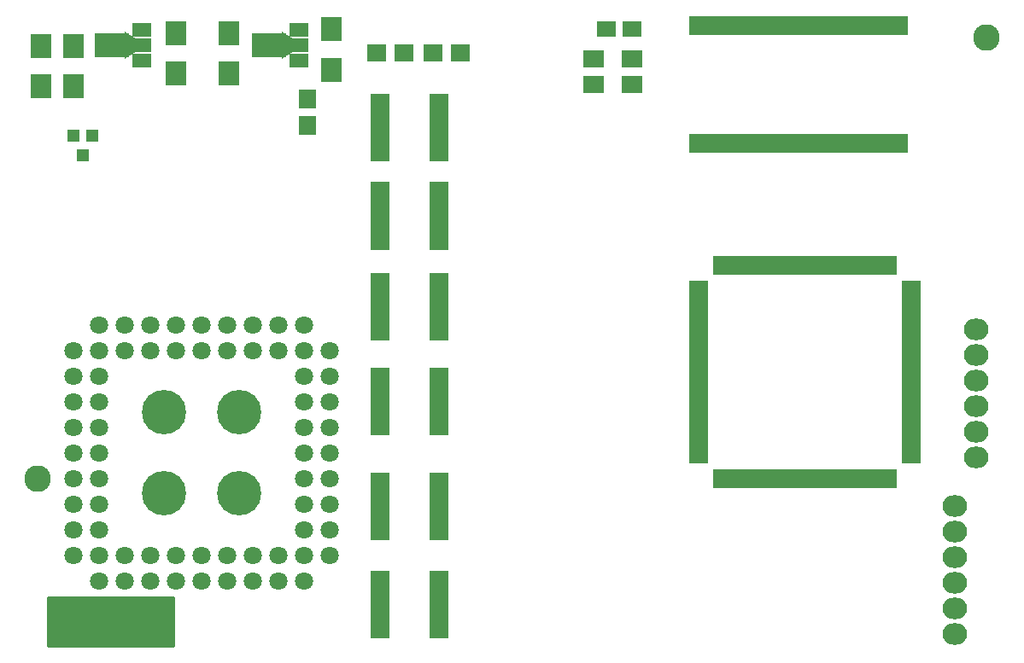
<source format=gbr>
G04 #@! TF.GenerationSoftware,KiCad,Pcbnew,(2017-11-24 revision a01d81e4b)-master*
G04 #@! TF.CreationDate,2018-01-27T17:30:05+01:00*
G04 #@! TF.ProjectId,phram_1,706872616D5F312E6B696361645F7063,rev?*
G04 #@! TF.SameCoordinates,Original*
G04 #@! TF.FileFunction,Soldermask,Top*
G04 #@! TF.FilePolarity,Negative*
%FSLAX46Y46*%
G04 Gerber Fmt 4.6, Leading zero omitted, Abs format (unit mm)*
G04 Created by KiCad (PCBNEW (2017-11-24 revision a01d81e4b)-master) date Sat Jan 27 17:30:05 2018*
%MOMM*%
%LPD*%
G01*
G04 APERTURE LIST*
%ADD10C,1.800000*%
%ADD11R,0.948000X1.920000*%
%ADD12R,1.850000X0.850000*%
%ADD13R,0.650000X1.850000*%
%ADD14R,1.850000X0.650000*%
%ADD15R,2.000000X2.400000*%
%ADD16R,1.901140X1.400760*%
%ADD17R,3.399740X2.398980*%
%ADD18C,1.149300*%
%ADD19C,0.100000*%
%ADD20R,1.900000X1.650000*%
%ADD21O,2.432000X2.127200*%
%ADD22R,1.200100X1.200100*%
%ADD23R,2.000000X1.750000*%
%ADD24C,2.635200*%
%ADD25R,1.900000X1.700000*%
%ADD26R,1.700000X1.900000*%
%ADD27R,2.100000X2.400000*%
%ADD28C,4.400000*%
%ADD29C,0.254000*%
G04 APERTURE END LIST*
D10*
X68780000Y-82305000D03*
X66240000Y-84845000D03*
X66240000Y-82305000D03*
X63700000Y-84845000D03*
X63700000Y-82305000D03*
X61160000Y-84845000D03*
X61160000Y-82305000D03*
X58620000Y-84845000D03*
X58620000Y-82305000D03*
X56080000Y-84845000D03*
X58620000Y-87385000D03*
X56080000Y-87385000D03*
X58620000Y-89925000D03*
X56080000Y-89925000D03*
X58620000Y-92465000D03*
X56080000Y-92465000D03*
X58620000Y-95005000D03*
X56080000Y-95005000D03*
X58620000Y-97545000D03*
X56080000Y-97545000D03*
X58620000Y-100085000D03*
X56080000Y-100085000D03*
X58620000Y-102625000D03*
X56080000Y-102625000D03*
X58620000Y-105165000D03*
X56080000Y-105165000D03*
X58620000Y-107705000D03*
X61160000Y-105165000D03*
X61160000Y-107705000D03*
X63700000Y-105165000D03*
X63700000Y-107705000D03*
X66240000Y-105165000D03*
X66240000Y-107705000D03*
X68780000Y-105165000D03*
X68780000Y-107705000D03*
X71320000Y-105165000D03*
X71320000Y-107705000D03*
X73860000Y-105165000D03*
X73860000Y-107705000D03*
X76400000Y-105165000D03*
X76400000Y-107705000D03*
X78940000Y-105165000D03*
X78940000Y-107705000D03*
X81480000Y-105165000D03*
X78940000Y-102625000D03*
X81480000Y-102625000D03*
X78940000Y-100085000D03*
X81480000Y-100085000D03*
X78940000Y-97545000D03*
X81480000Y-97545000D03*
X78940000Y-95005000D03*
X81480000Y-95005000D03*
X78940000Y-92465000D03*
X81480000Y-92465000D03*
X78940000Y-89925000D03*
X81480000Y-89925000D03*
X78940000Y-87385000D03*
X81480000Y-87385000D03*
X78940000Y-84845000D03*
X81480000Y-84845000D03*
X78940000Y-82305000D03*
X76400000Y-84845000D03*
X76400000Y-82305000D03*
X73860000Y-84845000D03*
X73860000Y-82305000D03*
X71320000Y-84845000D03*
X71320000Y-82305000D03*
X68780000Y-84845000D03*
D11*
X138355000Y-52620000D03*
X137555000Y-52620000D03*
X136755000Y-52620000D03*
X135955000Y-52620000D03*
X135155000Y-52620000D03*
X134355000Y-52620000D03*
X133555000Y-52620000D03*
X132755000Y-52620000D03*
X131955000Y-52620000D03*
X131155000Y-52620000D03*
X130355000Y-52620000D03*
X129555000Y-52620000D03*
X128755000Y-52620000D03*
X127955000Y-52620000D03*
X127155000Y-52620000D03*
X126355000Y-52620000D03*
X125555000Y-52620000D03*
X124755000Y-52620000D03*
X123955000Y-52620000D03*
X123155000Y-52620000D03*
X122355000Y-52620000D03*
X121555000Y-52620000D03*
X120755000Y-52620000D03*
X119955000Y-52620000D03*
X119155000Y-52620000D03*
X118355000Y-52620000D03*
X117555000Y-52620000D03*
X117555000Y-64300000D03*
X118355000Y-64300000D03*
X119155000Y-64300000D03*
X119955000Y-64300000D03*
X120755000Y-64300000D03*
X121555000Y-64300000D03*
X122355000Y-64300000D03*
X123155000Y-64300000D03*
X123955000Y-64300000D03*
X124755000Y-64300000D03*
X125555000Y-64300000D03*
X126355000Y-64300000D03*
X127155000Y-64300000D03*
X127955000Y-64300000D03*
X128755000Y-64300000D03*
X129555000Y-64300000D03*
X130355000Y-64300000D03*
X131155000Y-64300000D03*
X131955000Y-64300000D03*
X132755000Y-64300000D03*
X133555000Y-64300000D03*
X134355000Y-64300000D03*
X135155000Y-64300000D03*
X135955000Y-64300000D03*
X136755000Y-64300000D03*
X137555000Y-64300000D03*
X138355000Y-64300000D03*
D12*
X86420000Y-107135000D03*
X86420000Y-107785000D03*
X86420000Y-108435000D03*
X86420000Y-109085000D03*
X86420000Y-109735000D03*
X86420000Y-110385000D03*
X86420000Y-111035000D03*
X86420000Y-111685000D03*
X86420000Y-112335000D03*
X86420000Y-112985000D03*
X92320000Y-112985000D03*
X92320000Y-112335000D03*
X92320000Y-111685000D03*
X92320000Y-111035000D03*
X92320000Y-110385000D03*
X92320000Y-109735000D03*
X92320000Y-109085000D03*
X92320000Y-108435000D03*
X92320000Y-107785000D03*
X92320000Y-107135000D03*
X86420000Y-97375000D03*
X86420000Y-98025000D03*
X86420000Y-98675000D03*
X86420000Y-99325000D03*
X86420000Y-99975000D03*
X86420000Y-100625000D03*
X86420000Y-101275000D03*
X86420000Y-101925000D03*
X86420000Y-102575000D03*
X86420000Y-103225000D03*
X92320000Y-103225000D03*
X92320000Y-102575000D03*
X92320000Y-101925000D03*
X92320000Y-101275000D03*
X92320000Y-100625000D03*
X92320000Y-99975000D03*
X92320000Y-99325000D03*
X92320000Y-98675000D03*
X92320000Y-98025000D03*
X92320000Y-97375000D03*
X86420000Y-86985000D03*
X86420000Y-87635000D03*
X86420000Y-88285000D03*
X86420000Y-88935000D03*
X86420000Y-89585000D03*
X86420000Y-90235000D03*
X86420000Y-90885000D03*
X86420000Y-91535000D03*
X86420000Y-92185000D03*
X86420000Y-92835000D03*
X92320000Y-92835000D03*
X92320000Y-92185000D03*
X92320000Y-91535000D03*
X92320000Y-90885000D03*
X92320000Y-90235000D03*
X92320000Y-89585000D03*
X92320000Y-88935000D03*
X92320000Y-88285000D03*
X92320000Y-87635000D03*
X92320000Y-86985000D03*
X86420000Y-59845000D03*
X86420000Y-60495000D03*
X86420000Y-61145000D03*
X86420000Y-61795000D03*
X86420000Y-62445000D03*
X86420000Y-63095000D03*
X86420000Y-63745000D03*
X86420000Y-64395000D03*
X86420000Y-65045000D03*
X86420000Y-65695000D03*
X92320000Y-65695000D03*
X92320000Y-65045000D03*
X92320000Y-64395000D03*
X92320000Y-63745000D03*
X92320000Y-63095000D03*
X92320000Y-62445000D03*
X92320000Y-61795000D03*
X92320000Y-61145000D03*
X92320000Y-60495000D03*
X92320000Y-59845000D03*
X86420000Y-77555000D03*
X86420000Y-78205000D03*
X86420000Y-78855000D03*
X86420000Y-79505000D03*
X86420000Y-80155000D03*
X86420000Y-80805000D03*
X86420000Y-81455000D03*
X86420000Y-82105000D03*
X86420000Y-82755000D03*
X86420000Y-83405000D03*
X92320000Y-83405000D03*
X92320000Y-82755000D03*
X92320000Y-82105000D03*
X92320000Y-81455000D03*
X92320000Y-80805000D03*
X92320000Y-80155000D03*
X92320000Y-79505000D03*
X92320000Y-78855000D03*
X92320000Y-78205000D03*
X92320000Y-77555000D03*
X86420000Y-68575000D03*
X86420000Y-69225000D03*
X86420000Y-69875000D03*
X86420000Y-70525000D03*
X86420000Y-71175000D03*
X86420000Y-71825000D03*
X86420000Y-72475000D03*
X86420000Y-73125000D03*
X86420000Y-73775000D03*
X86420000Y-74425000D03*
X92320000Y-74425000D03*
X92320000Y-73775000D03*
X92320000Y-73125000D03*
X92320000Y-72475000D03*
X92320000Y-71825000D03*
X92320000Y-71175000D03*
X92320000Y-70525000D03*
X92320000Y-69875000D03*
X92320000Y-69225000D03*
X92320000Y-68575000D03*
D13*
X137305000Y-76445000D03*
X136805000Y-76445000D03*
X136305000Y-76445000D03*
X135805000Y-76445000D03*
X135305000Y-76445000D03*
X134805000Y-76445000D03*
X134305000Y-76445000D03*
X133805000Y-76445000D03*
X133305000Y-76445000D03*
X132805000Y-76445000D03*
X132305000Y-76445000D03*
X131805000Y-76445000D03*
X131305000Y-76445000D03*
X130805000Y-76445000D03*
X130305000Y-76445000D03*
X129805000Y-76445000D03*
X129305000Y-76445000D03*
X128805000Y-76445000D03*
X128305000Y-76445000D03*
X127805000Y-76445000D03*
X127305000Y-76445000D03*
X126805000Y-76445000D03*
X126305000Y-76445000D03*
X125805000Y-76445000D03*
X125305000Y-76445000D03*
X124805000Y-76445000D03*
X124305000Y-76445000D03*
X123805000Y-76445000D03*
X123305000Y-76445000D03*
X122805000Y-76445000D03*
X122305000Y-76445000D03*
X121805000Y-76445000D03*
X121305000Y-76445000D03*
X120805000Y-76445000D03*
X120305000Y-76445000D03*
X119805000Y-76445000D03*
D14*
X118005000Y-78245000D03*
X118005000Y-78745000D03*
X118005000Y-79245000D03*
X118005000Y-79745000D03*
X118005000Y-80245000D03*
X118005000Y-80745000D03*
X118005000Y-81245000D03*
X118005000Y-81745000D03*
X118005000Y-82245000D03*
X118005000Y-82745000D03*
X118005000Y-83245000D03*
X118005000Y-83745000D03*
X118005000Y-84245000D03*
X118005000Y-84745000D03*
X118005000Y-85245000D03*
X118005000Y-85745000D03*
X118005000Y-86245000D03*
X118005000Y-86745000D03*
X118005000Y-87245000D03*
X118005000Y-87745000D03*
X118005000Y-88245000D03*
X118005000Y-88745000D03*
X118005000Y-89245000D03*
X118005000Y-89745000D03*
X118005000Y-90245000D03*
X118005000Y-90745000D03*
X118005000Y-91245000D03*
X118005000Y-91745000D03*
X118005000Y-92245000D03*
X118005000Y-92745000D03*
X118005000Y-93245000D03*
X118005000Y-93745000D03*
X118005000Y-94245000D03*
X118005000Y-94745000D03*
X118005000Y-95245000D03*
X118005000Y-95745000D03*
D13*
X119805000Y-97545000D03*
X120305000Y-97545000D03*
X120805000Y-97545000D03*
X121305000Y-97545000D03*
X121805000Y-97545000D03*
X122305000Y-97545000D03*
X122805000Y-97545000D03*
X123305000Y-97545000D03*
X123805000Y-97545000D03*
X124305000Y-97545000D03*
X124805000Y-97545000D03*
X125305000Y-97545000D03*
X125805000Y-97545000D03*
X126305000Y-97545000D03*
X126805000Y-97545000D03*
X127305000Y-97545000D03*
X127805000Y-97545000D03*
X128305000Y-97545000D03*
X128805000Y-97545000D03*
X129305000Y-97545000D03*
X129805000Y-97545000D03*
X130305000Y-97545000D03*
X130805000Y-97545000D03*
X131305000Y-97545000D03*
X131805000Y-97545000D03*
X132305000Y-97545000D03*
X132805000Y-97545000D03*
X133305000Y-97545000D03*
X133805000Y-97545000D03*
X134305000Y-97545000D03*
X134805000Y-97545000D03*
X135305000Y-97545000D03*
X135805000Y-97545000D03*
X136305000Y-97545000D03*
X136805000Y-97545000D03*
X137305000Y-97545000D03*
D14*
X139105000Y-95745000D03*
X139105000Y-95245000D03*
X139105000Y-94745000D03*
X139105000Y-94245000D03*
X139105000Y-93745000D03*
X139105000Y-93245000D03*
X139105000Y-92745000D03*
X139105000Y-92245000D03*
X139105000Y-91745000D03*
X139105000Y-91245000D03*
X139105000Y-90745000D03*
X139105000Y-90245000D03*
X139105000Y-89745000D03*
X139105000Y-89245000D03*
X139105000Y-88745000D03*
X139105000Y-88245000D03*
X139105000Y-87745000D03*
X139105000Y-87245000D03*
X139105000Y-86745000D03*
X139105000Y-86245000D03*
X139105000Y-85745000D03*
X139105000Y-85245000D03*
X139105000Y-84745000D03*
X139105000Y-84245000D03*
X139105000Y-83745000D03*
X139105000Y-83245000D03*
X139105000Y-82745000D03*
X139105000Y-82245000D03*
X139105000Y-81745000D03*
X139105000Y-81245000D03*
X139105000Y-80745000D03*
X139105000Y-80245000D03*
X139105000Y-79745000D03*
X139105000Y-79245000D03*
X139105000Y-78745000D03*
X139105000Y-78245000D03*
D15*
X71415000Y-53350000D03*
X71415000Y-57350000D03*
X81575000Y-53000000D03*
X81575000Y-57000000D03*
X56080000Y-54620000D03*
X56080000Y-58620000D03*
X66240000Y-53350000D03*
X66240000Y-57350000D03*
D16*
X78400000Y-56056140D03*
X78400000Y-54555000D03*
X78400000Y-53053860D03*
D17*
X75448520Y-54555000D03*
D18*
X77297640Y-54555000D03*
D19*
G36*
X76722990Y-53180185D02*
X77872290Y-53947683D01*
X77872290Y-55162317D01*
X76722990Y-55929815D01*
X76722990Y-53180185D01*
X76722990Y-53180185D01*
G37*
D16*
X62841480Y-56056140D03*
X62841480Y-54555000D03*
X62841480Y-53053860D03*
D17*
X59890000Y-54555000D03*
D18*
X61739120Y-54555000D03*
D19*
G36*
X61164470Y-53180185D02*
X62313770Y-53947683D01*
X62313770Y-55162317D01*
X61164470Y-55929815D01*
X61164470Y-53180185D01*
X61164470Y-53180185D01*
G37*
D20*
X111400000Y-53000000D03*
X108900000Y-53000000D03*
D21*
X143415000Y-100330000D03*
X143415000Y-102870000D03*
X143415000Y-105410000D03*
X143415000Y-107950000D03*
X143415000Y-110490000D03*
X143415000Y-113030000D03*
D22*
X57935000Y-63509240D03*
X56035000Y-63509240D03*
X56985000Y-65508220D03*
D23*
X111400000Y-55950000D03*
X107600000Y-55950000D03*
X107600000Y-58450000D03*
X111400000Y-58450000D03*
D21*
X145542000Y-82804000D03*
X145542000Y-85344000D03*
X145542000Y-87884000D03*
X145542000Y-90424000D03*
X145542000Y-92964000D03*
X145542000Y-95504000D03*
D24*
X146558000Y-53848000D03*
D25*
X94394000Y-55372000D03*
X91694000Y-55372000D03*
D26*
X79248000Y-59864000D03*
X79248000Y-62564000D03*
D25*
X86106000Y-55372000D03*
X88806000Y-55372000D03*
D27*
X52832000Y-58642000D03*
X52832000Y-54642000D03*
D28*
X65000000Y-91000000D03*
X72500000Y-91000000D03*
X72500000Y-99000000D03*
X65000000Y-99000000D03*
D24*
X52500000Y-97545000D03*
D29*
G36*
X65913000Y-114173000D02*
X53467000Y-114173000D01*
X53467000Y-109347000D01*
X65913000Y-109347000D01*
X65913000Y-114173000D01*
X65913000Y-114173000D01*
G37*
X65913000Y-114173000D02*
X53467000Y-114173000D01*
X53467000Y-109347000D01*
X65913000Y-109347000D01*
X65913000Y-114173000D01*
M02*

</source>
